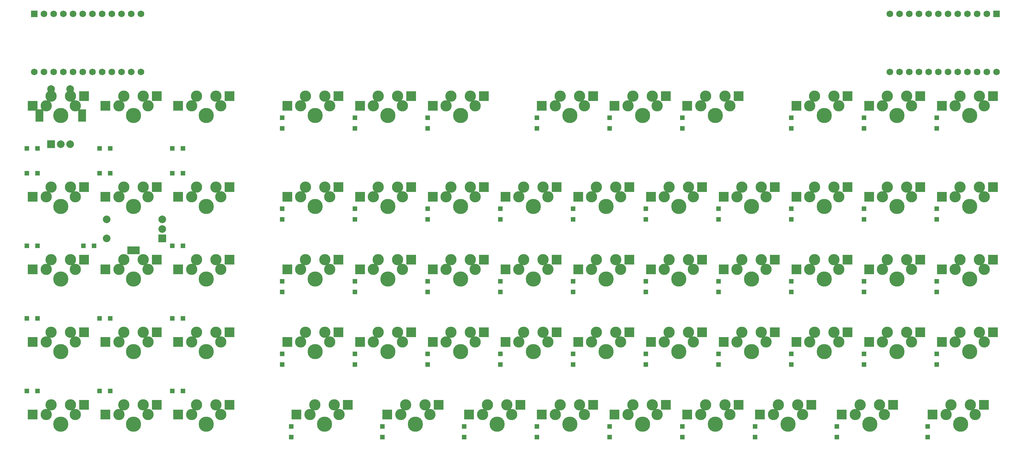
<source format=gbs>
G04 #@! TF.GenerationSoftware,KiCad,Pcbnew,(5.1.10)-1*
G04 #@! TF.CreationDate,2022-01-11T02:36:13-06:00*
G04 #@! TF.ProjectId,O'Shambles,4f275368-616d-4626-9c65-732e6b696361,rev?*
G04 #@! TF.SameCoordinates,Original*
G04 #@! TF.FileFunction,Soldermask,Bot*
G04 #@! TF.FilePolarity,Negative*
%FSLAX46Y46*%
G04 Gerber Fmt 4.6, Leading zero omitted, Abs format (unit mm)*
G04 Created by KiCad (PCBNEW (5.1.10)-1) date 2022-01-11 02:36:13*
%MOMM*%
%LPD*%
G01*
G04 APERTURE LIST*
%ADD10R,2.000000X2.000000*%
%ADD11C,2.000000*%
%ADD12R,2.000000X3.200000*%
%ADD13R,1.752600X1.752600*%
%ADD14C,1.752600*%
%ADD15R,2.550000X2.500000*%
%ADD16C,3.980180*%
%ADD17C,2.950000*%
%ADD18R,3.200000X2.000000*%
%ADD19R,1.200000X1.200000*%
G04 APERTURE END LIST*
D10*
X27050000Y-71587500D03*
D11*
X29550000Y-71587500D03*
X32050000Y-71587500D03*
D12*
X23950000Y-64087500D03*
X35150000Y-64087500D03*
D11*
X27050000Y-57087500D03*
X32050000Y-57087500D03*
D13*
X274645000Y-37417500D03*
D14*
X272105000Y-37417500D03*
X269565000Y-37417500D03*
X267025000Y-37417500D03*
X264485000Y-37417500D03*
X261945000Y-37417500D03*
X259405000Y-37417500D03*
X256865000Y-37417500D03*
X254325000Y-37417500D03*
X251785000Y-37417500D03*
X249245000Y-37417500D03*
X246705000Y-52657500D03*
X249245000Y-52657500D03*
X251785000Y-52657500D03*
X254325000Y-52657500D03*
X256865000Y-52657500D03*
X259405000Y-52657500D03*
X261945000Y-52657500D03*
X264485000Y-52657500D03*
X267025000Y-52657500D03*
X269565000Y-52657500D03*
X272105000Y-52657500D03*
X246705000Y-37417500D03*
X274645000Y-52657500D03*
X22580000Y-52657500D03*
X50520000Y-37417500D03*
X25120000Y-52657500D03*
X27660000Y-52657500D03*
X30200000Y-52657500D03*
X32740000Y-52657500D03*
X35280000Y-52657500D03*
X37820000Y-52657500D03*
X40360000Y-52657500D03*
X42900000Y-52657500D03*
X45440000Y-52657500D03*
X47980000Y-52657500D03*
X50520000Y-52657500D03*
X47980000Y-37417500D03*
X45440000Y-37417500D03*
X42900000Y-37417500D03*
X40360000Y-37417500D03*
X37820000Y-37417500D03*
X35280000Y-37417500D03*
X32740000Y-37417500D03*
X30200000Y-37417500D03*
X27660000Y-37417500D03*
X25120000Y-37417500D03*
D13*
X22580000Y-37417500D03*
D15*
X260315000Y-61547500D03*
D16*
X267675000Y-64087500D03*
D17*
X270215000Y-59007500D03*
X263865000Y-61547500D03*
D15*
X273765000Y-59007500D03*
D17*
X271485000Y-61547500D03*
X265135000Y-59007500D03*
D15*
X241265000Y-61547500D03*
D16*
X248625000Y-64087500D03*
D17*
X251165000Y-59007500D03*
X244815000Y-61547500D03*
D15*
X254715000Y-59007500D03*
D17*
X252435000Y-61547500D03*
X246085000Y-59007500D03*
D15*
X22190000Y-104410000D03*
D16*
X29550000Y-106950000D03*
D17*
X32090000Y-101870000D03*
X25740000Y-104410000D03*
D15*
X35640000Y-101870000D03*
D17*
X33360000Y-104410000D03*
X27010000Y-101870000D03*
D10*
X56100000Y-96355000D03*
D11*
X56100000Y-93855000D03*
X56100000Y-91355000D03*
D18*
X48600000Y-99455000D03*
X48600000Y-88255000D03*
D11*
X41600000Y-96355000D03*
X41600000Y-91355000D03*
D15*
X22190000Y-142510000D03*
D16*
X29550000Y-145050000D03*
D17*
X32090000Y-139970000D03*
X25740000Y-142510000D03*
D15*
X35640000Y-139970000D03*
D17*
X33360000Y-142510000D03*
X27010000Y-139970000D03*
X262753750Y-139970000D03*
X269103750Y-142510000D03*
D15*
X271383750Y-139970000D03*
D17*
X261483750Y-142510000D03*
X267833750Y-139970000D03*
D16*
X265293750Y-145050000D03*
D15*
X257933750Y-142510000D03*
D17*
X238941250Y-139970000D03*
X245291250Y-142510000D03*
D15*
X247571250Y-139970000D03*
D17*
X237671250Y-142510000D03*
X244021250Y-139970000D03*
D16*
X241481250Y-145050000D03*
D15*
X234121250Y-142510000D03*
D17*
X217510000Y-139970000D03*
X223860000Y-142510000D03*
D15*
X226140000Y-139970000D03*
D17*
X216240000Y-142510000D03*
X222590000Y-139970000D03*
D16*
X220050000Y-145050000D03*
D15*
X212690000Y-142510000D03*
D17*
X198460000Y-139970000D03*
X204810000Y-142510000D03*
D15*
X207090000Y-139970000D03*
D17*
X197190000Y-142510000D03*
X203540000Y-139970000D03*
D16*
X201000000Y-145050000D03*
D15*
X193640000Y-142510000D03*
D17*
X179410000Y-139970000D03*
X185760000Y-142510000D03*
D15*
X188040000Y-139970000D03*
D17*
X178140000Y-142510000D03*
X184490000Y-139970000D03*
D16*
X181950000Y-145050000D03*
D15*
X174590000Y-142510000D03*
D17*
X160360000Y-139970000D03*
X166710000Y-142510000D03*
D15*
X168990000Y-139970000D03*
D17*
X159090000Y-142510000D03*
X165440000Y-139970000D03*
D16*
X162900000Y-145050000D03*
D15*
X155540000Y-142510000D03*
D17*
X141310000Y-139970000D03*
X147660000Y-142510000D03*
D15*
X149940000Y-139970000D03*
D17*
X140040000Y-142510000D03*
X146390000Y-139970000D03*
D16*
X143850000Y-145050000D03*
D15*
X136490000Y-142510000D03*
D17*
X119878750Y-139970000D03*
X126228750Y-142510000D03*
D15*
X128508750Y-139970000D03*
D17*
X118608750Y-142510000D03*
X124958750Y-139970000D03*
D16*
X122418750Y-145050000D03*
D15*
X115058750Y-142510000D03*
D17*
X96066250Y-139970000D03*
X102416250Y-142510000D03*
D15*
X104696250Y-139970000D03*
D17*
X94796250Y-142510000D03*
X101146250Y-139970000D03*
D16*
X98606250Y-145050000D03*
D15*
X91246250Y-142510000D03*
D17*
X65110000Y-139970000D03*
X71460000Y-142510000D03*
D15*
X73740000Y-139970000D03*
D17*
X63840000Y-142510000D03*
X70190000Y-139970000D03*
D16*
X67650000Y-145050000D03*
D15*
X60290000Y-142510000D03*
D17*
X46060000Y-139970000D03*
X52410000Y-142510000D03*
D15*
X54690000Y-139970000D03*
D17*
X44790000Y-142510000D03*
X51140000Y-139970000D03*
D16*
X48600000Y-145050000D03*
D15*
X41240000Y-142510000D03*
X260315000Y-123460000D03*
D16*
X267675000Y-126000000D03*
D17*
X270215000Y-120920000D03*
X263865000Y-123460000D03*
D15*
X273765000Y-120920000D03*
D17*
X271485000Y-123460000D03*
X265135000Y-120920000D03*
D15*
X241265000Y-123460000D03*
D16*
X248625000Y-126000000D03*
D17*
X251165000Y-120920000D03*
X244815000Y-123460000D03*
D15*
X254715000Y-120920000D03*
D17*
X252435000Y-123460000D03*
X246085000Y-120920000D03*
D15*
X222215000Y-123460000D03*
D16*
X229575000Y-126000000D03*
D17*
X232115000Y-120920000D03*
X225765000Y-123460000D03*
D15*
X235665000Y-120920000D03*
D17*
X233385000Y-123460000D03*
X227035000Y-120920000D03*
D15*
X203165000Y-123460000D03*
D16*
X210525000Y-126000000D03*
D17*
X213065000Y-120920000D03*
X206715000Y-123460000D03*
D15*
X216615000Y-120920000D03*
D17*
X214335000Y-123460000D03*
X207985000Y-120920000D03*
D15*
X184115000Y-123460000D03*
D16*
X191475000Y-126000000D03*
D17*
X194015000Y-120920000D03*
X187665000Y-123460000D03*
D15*
X197565000Y-120920000D03*
D17*
X195285000Y-123460000D03*
X188935000Y-120920000D03*
D15*
X165065000Y-123460000D03*
D16*
X172425000Y-126000000D03*
D17*
X174965000Y-120920000D03*
X168615000Y-123460000D03*
D15*
X178515000Y-120920000D03*
D17*
X176235000Y-123460000D03*
X169885000Y-120920000D03*
D15*
X146015000Y-123460000D03*
D16*
X153375000Y-126000000D03*
D17*
X155915000Y-120920000D03*
X149565000Y-123460000D03*
D15*
X159465000Y-120920000D03*
D17*
X157185000Y-123460000D03*
X150835000Y-120920000D03*
D15*
X126965000Y-123460000D03*
D16*
X134325000Y-126000000D03*
D17*
X136865000Y-120920000D03*
X130515000Y-123460000D03*
D15*
X140415000Y-120920000D03*
D17*
X138135000Y-123460000D03*
X131785000Y-120920000D03*
D15*
X107915000Y-123460000D03*
D16*
X115275000Y-126000000D03*
D17*
X117815000Y-120920000D03*
X111465000Y-123460000D03*
D15*
X121365000Y-120920000D03*
D17*
X119085000Y-123460000D03*
X112735000Y-120920000D03*
D15*
X88865000Y-123460000D03*
D16*
X96225000Y-126000000D03*
D17*
X98765000Y-120920000D03*
X92415000Y-123460000D03*
D15*
X102315000Y-120920000D03*
D17*
X100035000Y-123460000D03*
X93685000Y-120920000D03*
D15*
X60290000Y-123460000D03*
D16*
X67650000Y-126000000D03*
D17*
X70190000Y-120920000D03*
X63840000Y-123460000D03*
D15*
X73740000Y-120920000D03*
D17*
X71460000Y-123460000D03*
X65110000Y-120920000D03*
D15*
X41240000Y-123460000D03*
D16*
X48600000Y-126000000D03*
D17*
X51140000Y-120920000D03*
X44790000Y-123460000D03*
D15*
X54690000Y-120920000D03*
D17*
X52410000Y-123460000D03*
X46060000Y-120920000D03*
D15*
X22190000Y-123460000D03*
D16*
X29550000Y-126000000D03*
D17*
X32090000Y-120920000D03*
X25740000Y-123460000D03*
D15*
X35640000Y-120920000D03*
D17*
X33360000Y-123460000D03*
X27010000Y-120920000D03*
D15*
X260315000Y-104410000D03*
D16*
X267675000Y-106950000D03*
D17*
X270215000Y-101870000D03*
X263865000Y-104410000D03*
D15*
X273765000Y-101870000D03*
D17*
X271485000Y-104410000D03*
X265135000Y-101870000D03*
D15*
X241265000Y-104410000D03*
D16*
X248625000Y-106950000D03*
D17*
X251165000Y-101870000D03*
X244815000Y-104410000D03*
D15*
X254715000Y-101870000D03*
D17*
X252435000Y-104410000D03*
X246085000Y-101870000D03*
D15*
X222215000Y-104410000D03*
D16*
X229575000Y-106950000D03*
D17*
X232115000Y-101870000D03*
X225765000Y-104410000D03*
D15*
X235665000Y-101870000D03*
D17*
X233385000Y-104410000D03*
X227035000Y-101870000D03*
D15*
X203165000Y-104410000D03*
D16*
X210525000Y-106950000D03*
D17*
X213065000Y-101870000D03*
X206715000Y-104410000D03*
D15*
X216615000Y-101870000D03*
D17*
X214335000Y-104410000D03*
X207985000Y-101870000D03*
D15*
X184115000Y-104410000D03*
D16*
X191475000Y-106950000D03*
D17*
X194015000Y-101870000D03*
X187665000Y-104410000D03*
D15*
X197565000Y-101870000D03*
D17*
X195285000Y-104410000D03*
X188935000Y-101870000D03*
D15*
X165065000Y-104410000D03*
D16*
X172425000Y-106950000D03*
D17*
X174965000Y-101870000D03*
X168615000Y-104410000D03*
D15*
X178515000Y-101870000D03*
D17*
X176235000Y-104410000D03*
X169885000Y-101870000D03*
D15*
X146015000Y-104410000D03*
D16*
X153375000Y-106950000D03*
D17*
X155915000Y-101870000D03*
X149565000Y-104410000D03*
D15*
X159465000Y-101870000D03*
D17*
X157185000Y-104410000D03*
X150835000Y-101870000D03*
D15*
X126965000Y-104410000D03*
D16*
X134325000Y-106950000D03*
D17*
X136865000Y-101870000D03*
X130515000Y-104410000D03*
D15*
X140415000Y-101870000D03*
D17*
X138135000Y-104410000D03*
X131785000Y-101870000D03*
D15*
X107915000Y-104410000D03*
D16*
X115275000Y-106950000D03*
D17*
X117815000Y-101870000D03*
X111465000Y-104410000D03*
D15*
X121365000Y-101870000D03*
D17*
X119085000Y-104410000D03*
X112735000Y-101870000D03*
D15*
X88865000Y-104410000D03*
D16*
X96225000Y-106950000D03*
D17*
X98765000Y-101870000D03*
X92415000Y-104410000D03*
D15*
X102315000Y-101870000D03*
D17*
X100035000Y-104410000D03*
X93685000Y-101870000D03*
D15*
X60290000Y-104410000D03*
D16*
X67650000Y-106950000D03*
D17*
X70190000Y-101870000D03*
X63840000Y-104410000D03*
D15*
X73740000Y-101870000D03*
D17*
X71460000Y-104410000D03*
X65110000Y-101870000D03*
D15*
X41240000Y-104410000D03*
D16*
X48600000Y-106950000D03*
D17*
X51140000Y-101870000D03*
X44790000Y-104410000D03*
D15*
X54690000Y-101870000D03*
D17*
X52410000Y-104410000D03*
X46060000Y-101870000D03*
D15*
X260315000Y-85360000D03*
D16*
X267675000Y-87900000D03*
D17*
X270215000Y-82820000D03*
X263865000Y-85360000D03*
D15*
X273765000Y-82820000D03*
D17*
X271485000Y-85360000D03*
X265135000Y-82820000D03*
D15*
X241265000Y-85360000D03*
D16*
X248625000Y-87900000D03*
D17*
X251165000Y-82820000D03*
X244815000Y-85360000D03*
D15*
X254715000Y-82820000D03*
D17*
X252435000Y-85360000D03*
X246085000Y-82820000D03*
D15*
X222215000Y-85360000D03*
D16*
X229575000Y-87900000D03*
D17*
X232115000Y-82820000D03*
X225765000Y-85360000D03*
D15*
X235665000Y-82820000D03*
D17*
X233385000Y-85360000D03*
X227035000Y-82820000D03*
D15*
X203165000Y-85360000D03*
D16*
X210525000Y-87900000D03*
D17*
X213065000Y-82820000D03*
X206715000Y-85360000D03*
D15*
X216615000Y-82820000D03*
D17*
X214335000Y-85360000D03*
X207985000Y-82820000D03*
D15*
X184115000Y-85360000D03*
D16*
X191475000Y-87900000D03*
D17*
X194015000Y-82820000D03*
X187665000Y-85360000D03*
D15*
X197565000Y-82820000D03*
D17*
X195285000Y-85360000D03*
X188935000Y-82820000D03*
D15*
X165065000Y-85360000D03*
D16*
X172425000Y-87900000D03*
D17*
X174965000Y-82820000D03*
X168615000Y-85360000D03*
D15*
X178515000Y-82820000D03*
D17*
X176235000Y-85360000D03*
X169885000Y-82820000D03*
D15*
X146015000Y-85360000D03*
D16*
X153375000Y-87900000D03*
D17*
X155915000Y-82820000D03*
X149565000Y-85360000D03*
D15*
X159465000Y-82820000D03*
D17*
X157185000Y-85360000D03*
X150835000Y-82820000D03*
D15*
X126965000Y-85360000D03*
D16*
X134325000Y-87900000D03*
D17*
X136865000Y-82820000D03*
X130515000Y-85360000D03*
D15*
X140415000Y-82820000D03*
D17*
X138135000Y-85360000D03*
X131785000Y-82820000D03*
D15*
X107915000Y-85360000D03*
D16*
X115275000Y-87900000D03*
D17*
X117815000Y-82820000D03*
X111465000Y-85360000D03*
D15*
X121365000Y-82820000D03*
D17*
X119085000Y-85360000D03*
X112735000Y-82820000D03*
D15*
X88865000Y-85360000D03*
D16*
X96225000Y-87900000D03*
D17*
X98765000Y-82820000D03*
X92415000Y-85360000D03*
D15*
X102315000Y-82820000D03*
D17*
X100035000Y-85360000D03*
X93685000Y-82820000D03*
D15*
X60290000Y-85360000D03*
D16*
X67650000Y-87900000D03*
D17*
X70190000Y-82820000D03*
X63840000Y-85360000D03*
D15*
X73740000Y-82820000D03*
D17*
X71460000Y-85360000D03*
X65110000Y-82820000D03*
D15*
X41240000Y-85360000D03*
D16*
X48600000Y-87900000D03*
D17*
X51140000Y-82820000D03*
X44790000Y-85360000D03*
D15*
X54690000Y-82820000D03*
D17*
X52410000Y-85360000D03*
X46060000Y-82820000D03*
D15*
X22190000Y-85360000D03*
D16*
X29550000Y-87900000D03*
D17*
X32090000Y-82820000D03*
X25740000Y-85360000D03*
D15*
X35640000Y-82820000D03*
D17*
X33360000Y-85360000D03*
X27010000Y-82820000D03*
D15*
X222215000Y-61547500D03*
D16*
X229575000Y-64087500D03*
D17*
X232115000Y-59007500D03*
X225765000Y-61547500D03*
D15*
X235665000Y-59007500D03*
D17*
X233385000Y-61547500D03*
X227035000Y-59007500D03*
D15*
X193640000Y-61547500D03*
D16*
X201000000Y-64087500D03*
D17*
X203540000Y-59007500D03*
X197190000Y-61547500D03*
D15*
X207090000Y-59007500D03*
D17*
X204810000Y-61547500D03*
X198460000Y-59007500D03*
D15*
X174590000Y-61547500D03*
D16*
X181950000Y-64087500D03*
D17*
X184490000Y-59007500D03*
X178140000Y-61547500D03*
D15*
X188040000Y-59007500D03*
D17*
X185760000Y-61547500D03*
X179410000Y-59007500D03*
D15*
X155540000Y-61547500D03*
D16*
X162900000Y-64087500D03*
D17*
X165440000Y-59007500D03*
X159090000Y-61547500D03*
D15*
X168990000Y-59007500D03*
D17*
X166710000Y-61547500D03*
X160360000Y-59007500D03*
D15*
X126965000Y-61547500D03*
D16*
X134325000Y-64087500D03*
D17*
X136865000Y-59007500D03*
X130515000Y-61547500D03*
D15*
X140415000Y-59007500D03*
D17*
X138135000Y-61547500D03*
X131785000Y-59007500D03*
D15*
X107915000Y-61547500D03*
D16*
X115275000Y-64087500D03*
D17*
X117815000Y-59007500D03*
X111465000Y-61547500D03*
D15*
X121365000Y-59007500D03*
D17*
X119085000Y-61547500D03*
X112735000Y-59007500D03*
D15*
X88865000Y-61547500D03*
D16*
X96225000Y-64087500D03*
D17*
X98765000Y-59007500D03*
X92415000Y-61547500D03*
D15*
X102315000Y-59007500D03*
D17*
X100035000Y-61547500D03*
X93685000Y-59007500D03*
D15*
X60290000Y-61547500D03*
D16*
X67650000Y-64087500D03*
D17*
X70190000Y-59007500D03*
X63840000Y-61547500D03*
D15*
X73740000Y-59007500D03*
D17*
X71460000Y-61547500D03*
X65110000Y-59007500D03*
D15*
X41240000Y-61547500D03*
D16*
X48600000Y-64087500D03*
D17*
X51140000Y-59007500D03*
X44790000Y-61547500D03*
D15*
X54690000Y-59007500D03*
D17*
X52410000Y-61547500D03*
X46060000Y-59007500D03*
D15*
X22190000Y-61547500D03*
D16*
X29550000Y-64087500D03*
D17*
X32090000Y-59007500D03*
X25740000Y-61547500D03*
D15*
X35640000Y-59007500D03*
D17*
X33360000Y-61547500D03*
X27010000Y-59007500D03*
D19*
X256643750Y-148450000D03*
X256643750Y-145650000D03*
X232831250Y-148450000D03*
X232831250Y-145650000D03*
X211400000Y-148450000D03*
X211400000Y-145650000D03*
X192350000Y-148450000D03*
X192350000Y-145650000D03*
X173300000Y-148450000D03*
X173300000Y-145650000D03*
X154250000Y-148450000D03*
X154250000Y-145650000D03*
X135200000Y-148450000D03*
X135200000Y-145650000D03*
X113768750Y-148450000D03*
X113768750Y-145650000D03*
X89956250Y-148450000D03*
X89956250Y-145650000D03*
X61525000Y-136400000D03*
X58725000Y-136400000D03*
X42475000Y-136400000D03*
X39675000Y-136400000D03*
X20625000Y-136400000D03*
X23425000Y-136400000D03*
X259025000Y-129400000D03*
X259025000Y-126600000D03*
X239975000Y-129400000D03*
X239975000Y-126600000D03*
X220925000Y-129400000D03*
X220925000Y-126600000D03*
X201875000Y-129400000D03*
X201875000Y-126600000D03*
X182825000Y-129400000D03*
X182825000Y-126600000D03*
X163775000Y-129400000D03*
X163775000Y-126600000D03*
X144725000Y-129400000D03*
X144725000Y-126600000D03*
X125675000Y-129400000D03*
X125675000Y-126600000D03*
X106625000Y-129400000D03*
X106625000Y-126600000D03*
X87575000Y-129400000D03*
X87575000Y-126600000D03*
X61525000Y-117350000D03*
X58725000Y-117350000D03*
X39675000Y-117350000D03*
X42475000Y-117350000D03*
X20625000Y-117350000D03*
X23425000Y-117350000D03*
X259025000Y-110350000D03*
X259025000Y-107550000D03*
X239975000Y-110350000D03*
X239975000Y-107550000D03*
X220925000Y-110350000D03*
X220925000Y-107550000D03*
X201875000Y-110350000D03*
X201875000Y-107550000D03*
X182825000Y-110350000D03*
X182825000Y-107550000D03*
X163775000Y-110350000D03*
X163775000Y-107550000D03*
X144725000Y-110350000D03*
X144725000Y-107550000D03*
X125675000Y-110350000D03*
X125675000Y-107550000D03*
X106625000Y-110350000D03*
X106625000Y-107550000D03*
X87575000Y-110350000D03*
X87575000Y-107550000D03*
X61525000Y-98300000D03*
X58725000Y-98300000D03*
X35500000Y-98300000D03*
X38300000Y-98300000D03*
X20625000Y-98300000D03*
X23425000Y-98300000D03*
X259025000Y-91300000D03*
X259025000Y-88500000D03*
X239975000Y-91300000D03*
X239975000Y-88500000D03*
X220925000Y-91300000D03*
X220925000Y-88500000D03*
X201875000Y-91300000D03*
X201875000Y-88500000D03*
X182825000Y-91300000D03*
X182825000Y-88500000D03*
X163775000Y-91300000D03*
X163775000Y-88500000D03*
X144725000Y-91300000D03*
X144725000Y-88500000D03*
X125675000Y-91300000D03*
X125675000Y-88500000D03*
X106625000Y-91300000D03*
X106625000Y-88500000D03*
X87575000Y-91300000D03*
X87575000Y-88500000D03*
X58725000Y-79250000D03*
X61525000Y-79250000D03*
X39675000Y-79250000D03*
X42475000Y-79250000D03*
X20625000Y-79250000D03*
X23425000Y-79250000D03*
X259025000Y-67487500D03*
X259025000Y-64687500D03*
X239975000Y-67487500D03*
X239975000Y-64687500D03*
X220925000Y-67487500D03*
X220925000Y-64687500D03*
X192350000Y-67487500D03*
X192350000Y-64687500D03*
X173300000Y-67487500D03*
X173300000Y-64687500D03*
X154250000Y-67487500D03*
X154250000Y-64687500D03*
X125675000Y-67487500D03*
X125675000Y-64687500D03*
X106625000Y-67487500D03*
X106625000Y-64687500D03*
X87575000Y-67487500D03*
X87575000Y-64687500D03*
X58725000Y-72737500D03*
X61525000Y-72737500D03*
X39675000Y-72737500D03*
X42475000Y-72737500D03*
X20625000Y-72737500D03*
X23425000Y-72737500D03*
M02*

</source>
